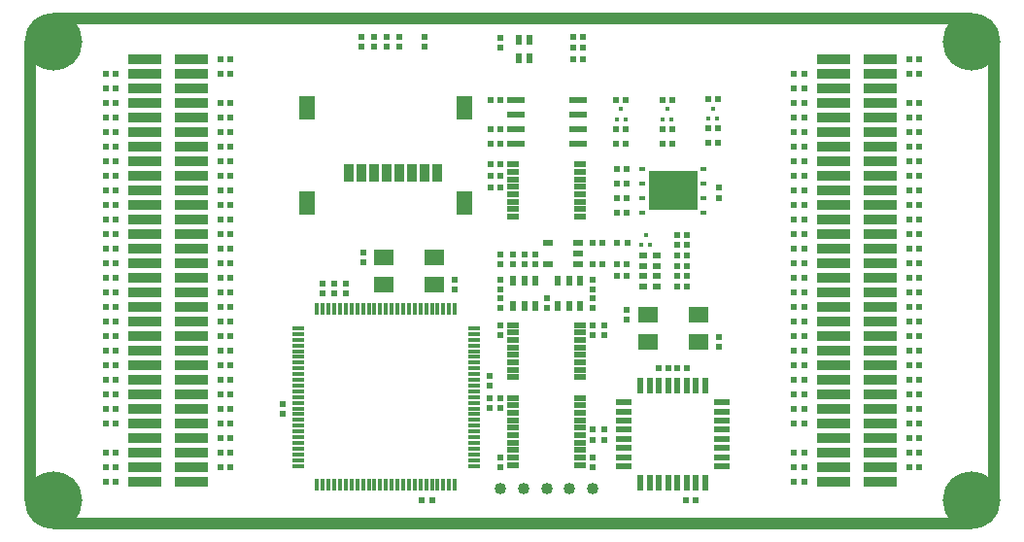
<source format=gbs>
G04*
G04 #@! TF.GenerationSoftware,Altium Limited,Altium Designer,20.0.13 (296)*
G04*
G04 Layer_Color=16711935*
%FSLAX25Y25*%
%MOIN*%
G70*
G01*
G75*
%ADD39R,0.03937X1.57480*%
%ADD40R,0.03228X0.02047*%
%ADD46R,0.01929X0.02126*%
%ADD52R,0.02126X0.01929*%
%ADD59R,0.01654X0.01654*%
%ADD60R,0.01654X0.01654*%
%ADD61R,0.02047X0.03228*%
%ADD62C,0.02953*%
%ADD63C,0.19764*%
%ADD83R,0.11386X0.03315*%
%ADD84R,3.15000X0.03937*%
%ADD85R,3.15000X0.03937*%
%ADD86R,0.04016X0.01850*%
%ADD87R,0.02047X0.05197*%
%ADD88R,0.05197X0.02047*%
%ADD89R,0.04016X0.01260*%
%ADD90R,0.01260X0.04016*%
%ADD91C,0.04016*%
%ADD92R,0.06181X0.02441*%
%ADD93R,0.11378X0.03307*%
%ADD94R,0.02835X0.02047*%
%ADD95R,0.16614X0.13465*%
%ADD96R,0.02441X0.01654*%
%ADD97R,0.02047X0.02441*%
%ADD98R,0.03228X0.05984*%
%ADD99R,0.05787X0.07953*%
%ADD100R,0.07165X0.05591*%
%ADD101R,0.01732X0.01732*%
%ADD102R,0.01732X0.01732*%
D39*
X322835Y78740D02*
D03*
X-7874D02*
D03*
D40*
X169843Y88465D02*
D03*
Y80984D02*
D03*
X180079D02*
D03*
Y84724D02*
D03*
Y88465D02*
D03*
D46*
X21378Y61240D02*
D03*
X17992D02*
D03*
X196850Y98799D02*
D03*
X193465D02*
D03*
X196850Y103799D02*
D03*
X193465D02*
D03*
X196850Y113799D02*
D03*
X193465D02*
D03*
X196850Y108799D02*
D03*
X193465D02*
D03*
X207638Y45276D02*
D03*
X211024D02*
D03*
X213937D02*
D03*
X217323D02*
D03*
X217087Y0D02*
D03*
X220472D02*
D03*
X208937Y127421D02*
D03*
X212323D02*
D03*
X208937Y137421D02*
D03*
X212323D02*
D03*
X193189Y127421D02*
D03*
X196575D02*
D03*
X193189Y137421D02*
D03*
X196575D02*
D03*
X224685Y127717D02*
D03*
X228071D02*
D03*
X224685Y137717D02*
D03*
X228071D02*
D03*
X129921Y0D02*
D03*
X126535D02*
D03*
X60748Y11240D02*
D03*
X57362D02*
D03*
X60748Y16240D02*
D03*
X57362D02*
D03*
X60748Y21240D02*
D03*
X57362D02*
D03*
X17992Y6240D02*
D03*
X21378D02*
D03*
X17992Y11240D02*
D03*
X21378D02*
D03*
X17992Y16240D02*
D03*
X21378D02*
D03*
X296969Y11240D02*
D03*
X293583D02*
D03*
X296969Y16240D02*
D03*
X293583D02*
D03*
X254213Y6240D02*
D03*
X257598D02*
D03*
X254213Y11240D02*
D03*
X257598D02*
D03*
X254213Y16240D02*
D03*
X257598D02*
D03*
X60748Y146240D02*
D03*
X57362D02*
D03*
X60748Y151240D02*
D03*
X57362D02*
D03*
X17992Y141240D02*
D03*
X21378D02*
D03*
X17992Y146240D02*
D03*
X21378D02*
D03*
X296969Y146240D02*
D03*
X293583D02*
D03*
X296969Y151240D02*
D03*
X293583D02*
D03*
X254213Y141240D02*
D03*
X257598D02*
D03*
X254213Y146240D02*
D03*
X257598D02*
D03*
X153543Y115256D02*
D03*
X150157D02*
D03*
X196850Y77047D02*
D03*
X193465D02*
D03*
X196850Y80984D02*
D03*
X193465D02*
D03*
X217323Y80512D02*
D03*
X213937D02*
D03*
X217323Y87598D02*
D03*
X213937D02*
D03*
X153543Y137421D02*
D03*
X150157D02*
D03*
X17992Y66240D02*
D03*
X21378D02*
D03*
X17992Y71240D02*
D03*
X21378D02*
D03*
X17992Y76240D02*
D03*
X21378D02*
D03*
X17992Y81240D02*
D03*
X21378D02*
D03*
X17992Y86240D02*
D03*
X21378D02*
D03*
X17992Y91240D02*
D03*
X21378D02*
D03*
X17992Y96240D02*
D03*
X21378D02*
D03*
X17992Y101240D02*
D03*
X21378D02*
D03*
X17992Y106240D02*
D03*
X21378D02*
D03*
X17992Y111240D02*
D03*
X21378D02*
D03*
X17992Y116240D02*
D03*
X21378D02*
D03*
X17992Y121240D02*
D03*
X21378D02*
D03*
X17992Y126240D02*
D03*
X21378D02*
D03*
X254213Y26240D02*
D03*
X257598D02*
D03*
X254213Y31240D02*
D03*
X257598D02*
D03*
X254213Y36240D02*
D03*
X257598D02*
D03*
X254213Y41240D02*
D03*
X257598D02*
D03*
X254213Y46240D02*
D03*
X257598D02*
D03*
X254213Y51240D02*
D03*
X257598D02*
D03*
X254213Y56240D02*
D03*
X257598D02*
D03*
X254213Y61240D02*
D03*
X257598D02*
D03*
X254213Y66240D02*
D03*
X257598D02*
D03*
X254213Y71240D02*
D03*
X257598D02*
D03*
X254213Y76240D02*
D03*
X257598D02*
D03*
X254213Y81240D02*
D03*
X257598D02*
D03*
X254213Y86240D02*
D03*
X257598D02*
D03*
X254213Y91240D02*
D03*
X257598D02*
D03*
X254213Y96240D02*
D03*
X257598D02*
D03*
X254213Y101240D02*
D03*
X257598D02*
D03*
X254213Y106240D02*
D03*
X257598D02*
D03*
X254213Y111240D02*
D03*
X257598D02*
D03*
X254213Y116240D02*
D03*
X257598D02*
D03*
X254213Y121240D02*
D03*
X257598D02*
D03*
X254213Y126240D02*
D03*
X257598D02*
D03*
X254213Y131240D02*
D03*
X257598D02*
D03*
X254213Y136240D02*
D03*
X257598D02*
D03*
X296969Y21240D02*
D03*
X293583D02*
D03*
X296969Y26240D02*
D03*
X293583D02*
D03*
X296969Y31240D02*
D03*
X293583D02*
D03*
X296969Y36240D02*
D03*
X293583D02*
D03*
X296969Y41240D02*
D03*
X293583D02*
D03*
X296969Y46240D02*
D03*
X293583D02*
D03*
X296969Y51240D02*
D03*
X293583D02*
D03*
X296969Y56240D02*
D03*
X293583D02*
D03*
X296969Y81240D02*
D03*
X293583D02*
D03*
X296969Y76240D02*
D03*
X293583D02*
D03*
X296969Y71240D02*
D03*
X293583D02*
D03*
X296969Y66240D02*
D03*
X293583D02*
D03*
X296969Y136240D02*
D03*
X293583D02*
D03*
X296969Y131240D02*
D03*
X293583D02*
D03*
X296969Y126240D02*
D03*
X293583D02*
D03*
X296969Y121240D02*
D03*
X293583D02*
D03*
X296969Y116240D02*
D03*
X293583D02*
D03*
X296969Y111240D02*
D03*
X293583D02*
D03*
X296969Y106240D02*
D03*
X293583D02*
D03*
X296969Y101240D02*
D03*
X293583D02*
D03*
X60748Y136240D02*
D03*
X57362D02*
D03*
X60748Y131240D02*
D03*
X57362D02*
D03*
X60748Y126240D02*
D03*
X57362D02*
D03*
X60748Y121240D02*
D03*
X57362D02*
D03*
X60748Y116240D02*
D03*
X57362D02*
D03*
X60748Y111240D02*
D03*
X57362D02*
D03*
X60748Y106240D02*
D03*
X57362D02*
D03*
X60748Y101240D02*
D03*
X57362D02*
D03*
X60748Y31240D02*
D03*
X57362D02*
D03*
X60748Y26240D02*
D03*
X57362D02*
D03*
X60748Y41240D02*
D03*
X57362D02*
D03*
X60748Y36240D02*
D03*
X57362D02*
D03*
X60748Y51240D02*
D03*
X57362D02*
D03*
X60748Y46240D02*
D03*
X57362D02*
D03*
X60748Y61240D02*
D03*
X57362D02*
D03*
X60748Y56240D02*
D03*
X57362D02*
D03*
X60748Y71240D02*
D03*
X57362D02*
D03*
X60748Y66240D02*
D03*
X57362D02*
D03*
X60748Y81240D02*
D03*
X57362D02*
D03*
X60748Y76240D02*
D03*
X57362D02*
D03*
X60748Y86240D02*
D03*
X57362D02*
D03*
X60748Y91240D02*
D03*
X57362D02*
D03*
X60748Y96240D02*
D03*
X57362D02*
D03*
X17992Y131240D02*
D03*
X21378D02*
D03*
X17992Y136240D02*
D03*
X21378D02*
D03*
X296969Y61240D02*
D03*
X293583D02*
D03*
X296969Y86240D02*
D03*
X293583D02*
D03*
X296969Y91240D02*
D03*
X293583D02*
D03*
X296969Y96240D02*
D03*
X293583D02*
D03*
X178268Y155207D02*
D03*
X181653D02*
D03*
X178268Y151240D02*
D03*
X181653D02*
D03*
X212323Y122421D02*
D03*
X208937D02*
D03*
X178268Y159173D02*
D03*
X181653D02*
D03*
X196575Y122421D02*
D03*
X193189D02*
D03*
X228071Y122716D02*
D03*
X224685D02*
D03*
X153543Y107382D02*
D03*
X150157D02*
D03*
X153543Y111319D02*
D03*
X150157D02*
D03*
X217323Y76968D02*
D03*
X213937D02*
D03*
X217323Y73425D02*
D03*
X213937D02*
D03*
X217323Y84055D02*
D03*
X213937D02*
D03*
X217323Y91142D02*
D03*
X213937D02*
D03*
X188425Y88465D02*
D03*
X185039D02*
D03*
X188425Y80984D02*
D03*
X185039D02*
D03*
X150157Y127421D02*
D03*
X153543D02*
D03*
X150157Y122421D02*
D03*
X153543D02*
D03*
X21378Y26240D02*
D03*
X17992D02*
D03*
X21378Y31240D02*
D03*
X17992D02*
D03*
X21378Y36240D02*
D03*
X17992D02*
D03*
X21378Y41240D02*
D03*
X17992D02*
D03*
X21378Y46240D02*
D03*
X17992D02*
D03*
X21378Y51240D02*
D03*
X17992D02*
D03*
X21378Y56240D02*
D03*
X17992D02*
D03*
D52*
X228346Y103799D02*
D03*
Y107185D02*
D03*
X169291Y69272D02*
D03*
Y65886D02*
D03*
X185039D02*
D03*
Y69272D02*
D03*
X153543Y72461D02*
D03*
Y75846D02*
D03*
X161614Y84370D02*
D03*
Y80984D02*
D03*
X153543Y155413D02*
D03*
Y158799D02*
D03*
X196850Y62087D02*
D03*
Y65472D02*
D03*
X228346Y52638D02*
D03*
Y56024D02*
D03*
X188976Y20827D02*
D03*
Y24213D02*
D03*
X114547Y159173D02*
D03*
Y155787D02*
D03*
X153543Y60138D02*
D03*
Y56752D02*
D03*
X185039D02*
D03*
Y60138D02*
D03*
Y11280D02*
D03*
Y14665D02*
D03*
X153543Y11280D02*
D03*
Y14665D02*
D03*
Y35138D02*
D03*
Y31752D02*
D03*
X100394Y74252D02*
D03*
Y70866D02*
D03*
X78740Y32913D02*
D03*
Y29528D02*
D03*
X137795Y75709D02*
D03*
Y72323D02*
D03*
X106299Y85158D02*
D03*
Y81772D02*
D03*
X149606Y39370D02*
D03*
Y42756D02*
D03*
X92520Y70866D02*
D03*
Y74252D02*
D03*
X165354Y84370D02*
D03*
Y80984D02*
D03*
X185039Y75846D02*
D03*
Y72461D02*
D03*
X153543Y69272D02*
D03*
Y65886D02*
D03*
X153543Y84370D02*
D03*
Y80984D02*
D03*
X157874Y84370D02*
D03*
Y80984D02*
D03*
X185039Y24213D02*
D03*
Y20827D02*
D03*
X110216Y155787D02*
D03*
Y159173D02*
D03*
X127539Y155787D02*
D03*
Y159173D02*
D03*
X118878Y155787D02*
D03*
Y159173D02*
D03*
X105886Y155787D02*
D03*
Y159173D02*
D03*
X188976Y56752D02*
D03*
Y60138D02*
D03*
X149606Y31752D02*
D03*
Y35138D02*
D03*
X96457Y74252D02*
D03*
Y70866D02*
D03*
D59*
X204724Y87598D02*
D03*
X201772D02*
D03*
D60*
X203248Y91142D02*
D03*
X210630Y134193D02*
D03*
D61*
X176969Y75197D02*
D03*
X180709D02*
D03*
X173228D02*
D03*
Y66535D02*
D03*
X176969D02*
D03*
X180709D02*
D03*
X163272Y151850D02*
D03*
Y158150D02*
D03*
X159728D02*
D03*
Y151850D02*
D03*
X161614Y75197D02*
D03*
X165354D02*
D03*
X157874D02*
D03*
Y66535D02*
D03*
X161614D02*
D03*
X165354D02*
D03*
D62*
X165228Y-7874D02*
D03*
X169165D02*
D03*
X173102D02*
D03*
X177039D02*
D03*
X180976D02*
D03*
X263653D02*
D03*
X267590D02*
D03*
X271528D02*
D03*
X275465D02*
D03*
X279402D02*
D03*
X283339D02*
D03*
X287276D02*
D03*
X291213D02*
D03*
X295150D02*
D03*
X299087D02*
D03*
X303024D02*
D03*
X306961D02*
D03*
X259717D02*
D03*
X255780D02*
D03*
X251842D02*
D03*
X247905D02*
D03*
X243969D02*
D03*
X240032D02*
D03*
X236094D02*
D03*
X232157D02*
D03*
X228221D02*
D03*
X224284D02*
D03*
X220346D02*
D03*
X216409D02*
D03*
X212472D02*
D03*
X208535D02*
D03*
X204598D02*
D03*
X200661D02*
D03*
X196724D02*
D03*
X192787D02*
D03*
X188850D02*
D03*
X184913D02*
D03*
X23496D02*
D03*
X27433D02*
D03*
X31370D02*
D03*
X35307D02*
D03*
X39244D02*
D03*
X121921D02*
D03*
X125858D02*
D03*
X129795D02*
D03*
X133732D02*
D03*
X137669D02*
D03*
X141606D02*
D03*
X145543D02*
D03*
X149480D02*
D03*
X153417D02*
D03*
X157354D02*
D03*
X161291D02*
D03*
X117984D02*
D03*
X114047D02*
D03*
X110110D02*
D03*
X106173D02*
D03*
X102236D02*
D03*
X98299D02*
D03*
X94362D02*
D03*
X90425D02*
D03*
X86488D02*
D03*
X82551D02*
D03*
X78614D02*
D03*
X74677D02*
D03*
X70740D02*
D03*
X66803D02*
D03*
X62866D02*
D03*
X58929D02*
D03*
X54992D02*
D03*
X51055D02*
D03*
X47118D02*
D03*
X43181D02*
D03*
X11685D02*
D03*
X15622D02*
D03*
X19559D02*
D03*
X7748D02*
D03*
X307213Y165354D02*
D03*
X295402D02*
D03*
X299339D02*
D03*
X303276D02*
D03*
X271779D02*
D03*
X267843D02*
D03*
X263906D02*
D03*
X259968D02*
D03*
X256031D02*
D03*
X252095D02*
D03*
X248158D02*
D03*
X244220D02*
D03*
X240283D02*
D03*
X236347D02*
D03*
X232410D02*
D03*
X228472D02*
D03*
X224535D02*
D03*
X220598D02*
D03*
X216661D02*
D03*
X212724D02*
D03*
X208787D02*
D03*
X204850D02*
D03*
X200913D02*
D03*
X196976D02*
D03*
X153669D02*
D03*
X157606D02*
D03*
X161543D02*
D03*
X165480D02*
D03*
X169417D02*
D03*
X173354D02*
D03*
X177291D02*
D03*
X181228D02*
D03*
X185165D02*
D03*
X189102D02*
D03*
X193039D02*
D03*
X275716D02*
D03*
X279654D02*
D03*
X283591D02*
D03*
X287528D02*
D03*
X291465D02*
D03*
X130047D02*
D03*
X126110D02*
D03*
X122173D02*
D03*
X118236D02*
D03*
X114299D02*
D03*
X110362D02*
D03*
X106425D02*
D03*
X102488D02*
D03*
X98551D02*
D03*
X94614D02*
D03*
X90677D02*
D03*
X86740D02*
D03*
X82803D02*
D03*
X78866D02*
D03*
X74929D02*
D03*
X70992D02*
D03*
X67055D02*
D03*
X63118D02*
D03*
X59181D02*
D03*
X55244D02*
D03*
X8000D02*
D03*
X11937D02*
D03*
X15874D02*
D03*
X19811D02*
D03*
X23748D02*
D03*
X27685D02*
D03*
X31622D02*
D03*
X35559D02*
D03*
X39496D02*
D03*
X43433D02*
D03*
X47370D02*
D03*
X51307D02*
D03*
X133984D02*
D03*
X137921D02*
D03*
X141858D02*
D03*
X145795D02*
D03*
X149732D02*
D03*
X322835Y129921D02*
D03*
Y125984D02*
D03*
Y122047D02*
D03*
Y118110D02*
D03*
Y114173D02*
D03*
Y110236D02*
D03*
Y106299D02*
D03*
Y102362D02*
D03*
Y98425D02*
D03*
Y94488D02*
D03*
Y90551D02*
D03*
Y86614D02*
D03*
Y82677D02*
D03*
Y78740D02*
D03*
Y74803D02*
D03*
Y70866D02*
D03*
Y66929D02*
D03*
Y62992D02*
D03*
Y59055D02*
D03*
Y55118D02*
D03*
Y7874D02*
D03*
Y11811D02*
D03*
Y15748D02*
D03*
Y19685D02*
D03*
Y23622D02*
D03*
Y27559D02*
D03*
Y31496D02*
D03*
Y35433D02*
D03*
Y39370D02*
D03*
Y43307D02*
D03*
Y47244D02*
D03*
Y51181D02*
D03*
Y133858D02*
D03*
Y137795D02*
D03*
Y141732D02*
D03*
Y145669D02*
D03*
Y149606D02*
D03*
X-7874Y7874D02*
D03*
Y11811D02*
D03*
Y15748D02*
D03*
Y19685D02*
D03*
Y23622D02*
D03*
Y106299D02*
D03*
Y110236D02*
D03*
Y114173D02*
D03*
Y118110D02*
D03*
Y122047D02*
D03*
Y125984D02*
D03*
Y129921D02*
D03*
Y133858D02*
D03*
Y137795D02*
D03*
Y141732D02*
D03*
Y145669D02*
D03*
Y149606D02*
D03*
Y102362D02*
D03*
Y98425D02*
D03*
Y94488D02*
D03*
Y90551D02*
D03*
Y86614D02*
D03*
Y82677D02*
D03*
Y78740D02*
D03*
Y74803D02*
D03*
Y70866D02*
D03*
Y66929D02*
D03*
Y62992D02*
D03*
Y59055D02*
D03*
Y55118D02*
D03*
Y51181D02*
D03*
Y47244D02*
D03*
Y43307D02*
D03*
Y39370D02*
D03*
Y35433D02*
D03*
Y31496D02*
D03*
Y27559D02*
D03*
D63*
X314961Y157480D02*
D03*
Y0D02*
D03*
X0Y157480D02*
D03*
Y0D02*
D03*
D83*
X283590Y151241D02*
D03*
X267591Y151241D02*
D03*
X283590Y146240D02*
D03*
X267591Y146240D02*
D03*
X283590Y141241D02*
D03*
X267591Y141241D02*
D03*
X283590Y136240D02*
D03*
X267591Y136240D02*
D03*
X283590Y131240D02*
D03*
X267591Y131240D02*
D03*
X283590Y126241D02*
D03*
X267591Y126241D02*
D03*
X283590Y121240D02*
D03*
X267591Y121240D02*
D03*
X283590Y116241D02*
D03*
X267591Y116241D02*
D03*
X283590Y111240D02*
D03*
X267591Y111240D02*
D03*
X283590Y106240D02*
D03*
X267591Y106240D02*
D03*
X283590Y101241D02*
D03*
X267591Y101241D02*
D03*
X283590Y96241D02*
D03*
X267591Y96241D02*
D03*
X283590Y91241D02*
D03*
X267591Y91241D02*
D03*
X283590Y86241D02*
D03*
X267591Y86241D02*
D03*
X283590Y81241D02*
D03*
X267591Y81241D02*
D03*
X283590Y76240D02*
D03*
X267591Y76240D02*
D03*
X283590Y71240D02*
D03*
X267591Y71240D02*
D03*
X283590Y66240D02*
D03*
X267591Y66240D02*
D03*
X283590Y61240D02*
D03*
X267591Y61240D02*
D03*
X283590Y56240D02*
D03*
X267591Y56240D02*
D03*
X283590Y51240D02*
D03*
X267591Y51240D02*
D03*
X283590Y46240D02*
D03*
X267591Y46240D02*
D03*
X283590Y41240D02*
D03*
X267591Y41240D02*
D03*
X283590Y36240D02*
D03*
X267591Y36240D02*
D03*
X283590Y31240D02*
D03*
X267591Y31240D02*
D03*
X283590Y26240D02*
D03*
X267591Y26240D02*
D03*
X283590Y21240D02*
D03*
X267591Y21240D02*
D03*
X283590Y16240D02*
D03*
X267591Y16240D02*
D03*
X283590Y11240D02*
D03*
X267591Y11240D02*
D03*
X283590Y6240D02*
D03*
X267591Y6240D02*
D03*
X47370Y151241D02*
D03*
X31370D02*
D03*
X47370Y146241D02*
D03*
X31370D02*
D03*
X47370Y141241D02*
D03*
X31370D02*
D03*
X47370Y136241D02*
D03*
X31370D02*
D03*
X47370Y131241D02*
D03*
X31370D02*
D03*
X47370Y126241D02*
D03*
X31370D02*
D03*
X47370Y121241D02*
D03*
X31370D02*
D03*
X47370Y116241D02*
D03*
X31370D02*
D03*
X47370Y111241D02*
D03*
X31370D02*
D03*
X47370Y106241D02*
D03*
X31370D02*
D03*
X47370Y101241D02*
D03*
X31370D02*
D03*
X47370Y96241D02*
D03*
X31370D02*
D03*
X47370Y91241D02*
D03*
X31370D02*
D03*
X47370Y86241D02*
D03*
X31370D02*
D03*
X47370Y81241D02*
D03*
X31370D02*
D03*
X47370Y76240D02*
D03*
X31370D02*
D03*
X47370Y71240D02*
D03*
X31370D02*
D03*
X47370Y66240D02*
D03*
X31370D02*
D03*
X47370Y61240D02*
D03*
X31370D02*
D03*
X47370Y56240D02*
D03*
X31370D02*
D03*
X47370Y51240D02*
D03*
X31370D02*
D03*
X47370Y46240D02*
D03*
X31370D02*
D03*
X47370Y41240D02*
D03*
X31370D02*
D03*
X47370Y36240D02*
D03*
X31370D02*
D03*
X47370Y31240D02*
D03*
X31370D02*
D03*
X47370Y26240D02*
D03*
X31370D02*
D03*
X47370Y21240D02*
D03*
X31370D02*
D03*
X47370Y16240D02*
D03*
X31370D02*
D03*
X47370Y11240D02*
D03*
X31370D02*
D03*
X47370Y6240D02*
D03*
X31370D02*
D03*
D84*
X157480Y-7874D02*
D03*
D85*
X157500Y165354D02*
D03*
D86*
X180709Y22343D02*
D03*
Y19783D02*
D03*
Y17224D02*
D03*
Y24902D02*
D03*
Y27461D02*
D03*
Y30020D02*
D03*
Y32579D02*
D03*
Y14665D02*
D03*
X157874Y22343D02*
D03*
Y19783D02*
D03*
Y17224D02*
D03*
Y24902D02*
D03*
Y27461D02*
D03*
Y30020D02*
D03*
Y32579D02*
D03*
Y14665D02*
D03*
Y12106D02*
D03*
X180709D02*
D03*
X157874Y35138D02*
D03*
X180709D02*
D03*
X157874Y107579D02*
D03*
Y110138D02*
D03*
Y112697D02*
D03*
Y105020D02*
D03*
Y102461D02*
D03*
Y99902D02*
D03*
Y97342D02*
D03*
Y115256D02*
D03*
X180709Y107579D02*
D03*
Y110138D02*
D03*
Y112697D02*
D03*
Y105020D02*
D03*
Y102461D02*
D03*
Y99902D02*
D03*
Y97342D02*
D03*
Y115256D02*
D03*
Y60138D02*
D03*
Y42224D02*
D03*
Y44783D02*
D03*
Y47343D02*
D03*
Y49902D02*
D03*
Y57579D02*
D03*
Y55020D02*
D03*
Y52461D02*
D03*
X157874Y60138D02*
D03*
Y42224D02*
D03*
Y44783D02*
D03*
Y47343D02*
D03*
Y49902D02*
D03*
Y57579D02*
D03*
Y55020D02*
D03*
Y52461D02*
D03*
D87*
X201575Y39370D02*
D03*
X204724D02*
D03*
X207874D02*
D03*
X211024D02*
D03*
X214173D02*
D03*
X217323D02*
D03*
X220472D02*
D03*
X223622D02*
D03*
Y5906D02*
D03*
X220472D02*
D03*
X217323D02*
D03*
X214173D02*
D03*
X211024D02*
D03*
X207874D02*
D03*
X204724D02*
D03*
X201575D02*
D03*
D88*
X229331Y33661D02*
D03*
Y30512D02*
D03*
Y27362D02*
D03*
Y24213D02*
D03*
Y21063D02*
D03*
Y17913D02*
D03*
Y14764D02*
D03*
Y11614D02*
D03*
X195866D02*
D03*
Y14764D02*
D03*
Y17913D02*
D03*
Y21063D02*
D03*
Y24213D02*
D03*
Y27362D02*
D03*
Y30512D02*
D03*
Y33661D02*
D03*
D89*
X84055Y11811D02*
D03*
Y13780D02*
D03*
Y15748D02*
D03*
Y17717D02*
D03*
Y19685D02*
D03*
Y21654D02*
D03*
Y23622D02*
D03*
Y25591D02*
D03*
Y27559D02*
D03*
Y29528D02*
D03*
Y31496D02*
D03*
Y33465D02*
D03*
Y35433D02*
D03*
Y37402D02*
D03*
Y39370D02*
D03*
Y41339D02*
D03*
Y43307D02*
D03*
Y45276D02*
D03*
Y47244D02*
D03*
Y49213D02*
D03*
Y51181D02*
D03*
Y53150D02*
D03*
Y55118D02*
D03*
Y57087D02*
D03*
Y59055D02*
D03*
X144291D02*
D03*
Y57087D02*
D03*
Y55118D02*
D03*
Y53150D02*
D03*
Y51181D02*
D03*
Y49213D02*
D03*
Y47244D02*
D03*
Y45276D02*
D03*
Y43307D02*
D03*
Y41339D02*
D03*
Y39370D02*
D03*
Y37402D02*
D03*
Y35433D02*
D03*
Y33465D02*
D03*
Y31496D02*
D03*
Y29528D02*
D03*
Y27559D02*
D03*
Y25591D02*
D03*
Y23622D02*
D03*
Y21654D02*
D03*
Y19685D02*
D03*
Y17717D02*
D03*
Y15748D02*
D03*
Y13780D02*
D03*
Y11811D02*
D03*
D90*
X90551Y65551D02*
D03*
X92520D02*
D03*
X94488D02*
D03*
X96457D02*
D03*
X98425D02*
D03*
X100394D02*
D03*
X102362D02*
D03*
X104331D02*
D03*
X106299D02*
D03*
X108268D02*
D03*
X110236D02*
D03*
X112205D02*
D03*
X114173D02*
D03*
X116142D02*
D03*
X118110D02*
D03*
X120079D02*
D03*
X122047D02*
D03*
X124016D02*
D03*
X125984D02*
D03*
X127953D02*
D03*
X129921D02*
D03*
X131890D02*
D03*
X133858D02*
D03*
X135827D02*
D03*
X137795D02*
D03*
Y5315D02*
D03*
X135827D02*
D03*
X133858D02*
D03*
X131890D02*
D03*
X129921D02*
D03*
X127953D02*
D03*
X125984D02*
D03*
X124016D02*
D03*
X122047D02*
D03*
X120079D02*
D03*
X118110D02*
D03*
X116142D02*
D03*
X114173D02*
D03*
X112205D02*
D03*
X110236D02*
D03*
X108268D02*
D03*
X106299D02*
D03*
X104331D02*
D03*
X102362D02*
D03*
X100394D02*
D03*
X98425D02*
D03*
X96457D02*
D03*
X94488D02*
D03*
X92520D02*
D03*
X90551D02*
D03*
D91*
X153543Y3937D02*
D03*
X177165D02*
D03*
X185039D02*
D03*
X169291D02*
D03*
X161417D02*
D03*
D92*
X179921Y137421D02*
D03*
Y132421D02*
D03*
Y127421D02*
D03*
Y122421D02*
D03*
X158661D02*
D03*
Y127421D02*
D03*
Y132421D02*
D03*
Y137421D02*
D03*
D93*
X283591Y151240D02*
D03*
X267590D02*
D03*
X283591Y146240D02*
D03*
X267590D02*
D03*
X283591Y141240D02*
D03*
X267590D02*
D03*
X283591Y136240D02*
D03*
X267590D02*
D03*
X283591Y131240D02*
D03*
X267590D02*
D03*
X283591Y126240D02*
D03*
X267590D02*
D03*
X283591Y121240D02*
D03*
X267590D02*
D03*
X283591Y116240D02*
D03*
X267590D02*
D03*
X283591Y111240D02*
D03*
X267590D02*
D03*
X283591Y106240D02*
D03*
X267590D02*
D03*
X283591Y101240D02*
D03*
X267590D02*
D03*
X283591Y96240D02*
D03*
X267590D02*
D03*
X283591Y91240D02*
D03*
X267590D02*
D03*
X283591Y86240D02*
D03*
X267590D02*
D03*
X283591Y81240D02*
D03*
X267590D02*
D03*
X283591Y76240D02*
D03*
X267590D02*
D03*
X283591Y71240D02*
D03*
X267590D02*
D03*
X283591Y66240D02*
D03*
X267590D02*
D03*
X283591Y61240D02*
D03*
X267590D02*
D03*
X283591Y56240D02*
D03*
X267590D02*
D03*
X283591Y51240D02*
D03*
X267590D02*
D03*
X283591Y46240D02*
D03*
X267590D02*
D03*
X283591Y41240D02*
D03*
X267590D02*
D03*
X283591Y36240D02*
D03*
X267590D02*
D03*
X283591Y31240D02*
D03*
X267590D02*
D03*
X283591Y26240D02*
D03*
X267590D02*
D03*
X283591Y21240D02*
D03*
X267590D02*
D03*
X283591Y16240D02*
D03*
X267590D02*
D03*
X283591Y11240D02*
D03*
X267590D02*
D03*
X283591Y6240D02*
D03*
X267590D02*
D03*
X47370Y151240D02*
D03*
X31370D02*
D03*
X47370Y146240D02*
D03*
X31370D02*
D03*
X47370Y141240D02*
D03*
X31370D02*
D03*
X47370Y136240D02*
D03*
X31370D02*
D03*
X47370Y131240D02*
D03*
X31370D02*
D03*
X47370Y126240D02*
D03*
X31370D02*
D03*
X47370Y121240D02*
D03*
X31370D02*
D03*
X47370Y116240D02*
D03*
X31370D02*
D03*
X47370Y111240D02*
D03*
X31370D02*
D03*
X47370Y106240D02*
D03*
X31370D02*
D03*
X47370Y101240D02*
D03*
X31370D02*
D03*
X47370Y96240D02*
D03*
X31370D02*
D03*
X47370Y91240D02*
D03*
X31370D02*
D03*
X47370Y86240D02*
D03*
X31370D02*
D03*
X47370Y81240D02*
D03*
X31370D02*
D03*
X47370Y76240D02*
D03*
X31370D02*
D03*
X47370Y71240D02*
D03*
X31370D02*
D03*
X47370Y66240D02*
D03*
X31370D02*
D03*
X47370Y61240D02*
D03*
X31370D02*
D03*
X47370Y56240D02*
D03*
X31370D02*
D03*
X47370Y51240D02*
D03*
X31370D02*
D03*
X47370Y46240D02*
D03*
X31370D02*
D03*
X47370Y41240D02*
D03*
X31370D02*
D03*
X47370Y36240D02*
D03*
X31370D02*
D03*
X47370Y31240D02*
D03*
X31370D02*
D03*
X47370Y26240D02*
D03*
X31370D02*
D03*
X47370Y21240D02*
D03*
X31370D02*
D03*
X47370Y16240D02*
D03*
X31370D02*
D03*
X47370Y11240D02*
D03*
X31370D02*
D03*
X47370Y6240D02*
D03*
X31370D02*
D03*
D94*
X207087Y84055D02*
D03*
Y80512D02*
D03*
Y76968D02*
D03*
Y73425D02*
D03*
X202362D02*
D03*
Y76968D02*
D03*
Y80512D02*
D03*
Y84055D02*
D03*
D95*
X212598Y106299D02*
D03*
D96*
X201969Y98799D02*
D03*
Y103799D02*
D03*
Y108799D02*
D03*
Y113799D02*
D03*
X223228D02*
D03*
Y108799D02*
D03*
Y103799D02*
D03*
Y98799D02*
D03*
D97*
X193465Y88465D02*
D03*
X197008D02*
D03*
D98*
X114547Y112205D02*
D03*
X118878D02*
D03*
X110216D02*
D03*
X105886D02*
D03*
X101555D02*
D03*
X123209D02*
D03*
X127539D02*
D03*
X131870D02*
D03*
D99*
X87106Y134646D02*
D03*
X141240D02*
D03*
Y101969D02*
D03*
X87106D02*
D03*
D100*
X113386Y74016D02*
D03*
X130709D02*
D03*
Y83465D02*
D03*
X113386D02*
D03*
X221260Y54331D02*
D03*
X203937D02*
D03*
Y63779D02*
D03*
X221260D02*
D03*
D101*
X212106Y130650D02*
D03*
X209154D02*
D03*
X196358D02*
D03*
X193405D02*
D03*
X227854Y130945D02*
D03*
X224902D02*
D03*
D102*
X194882Y134193D02*
D03*
X226378Y134488D02*
D03*
M02*

</source>
